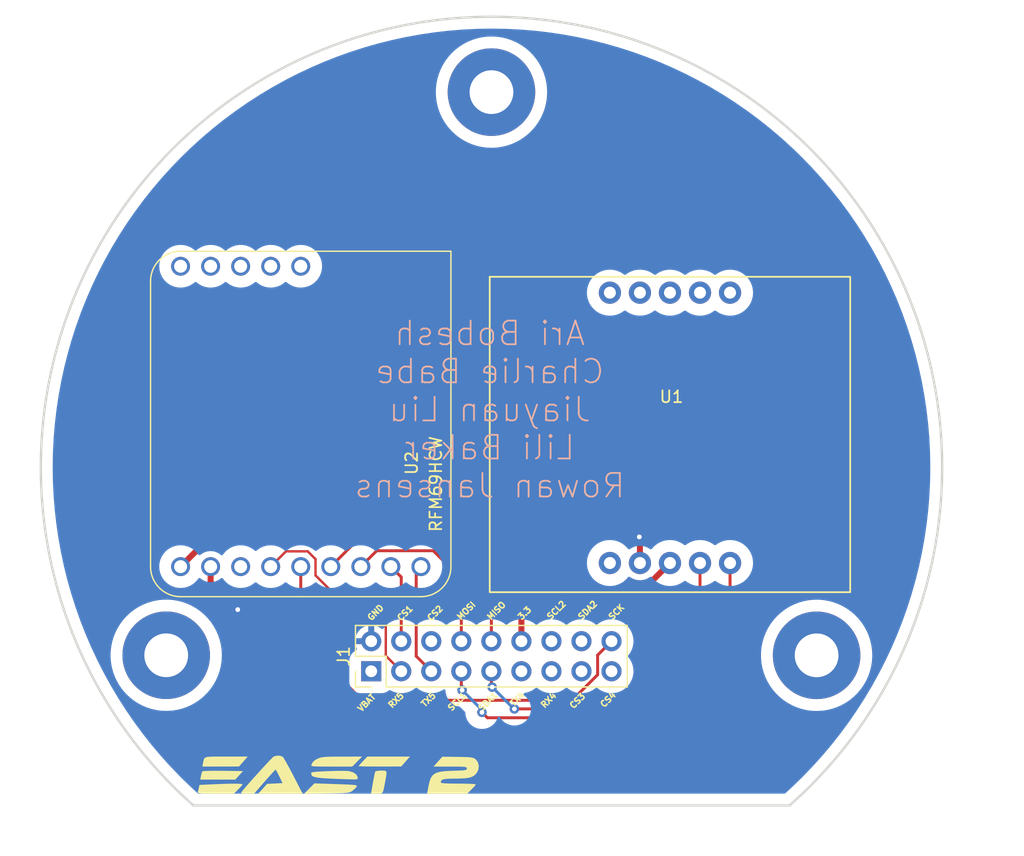
<source format=kicad_pcb>
(kicad_pcb (version 20211014) (generator pcbnew)
  (layers (0 "F.Cu" signal) (31 "B.Cu" signal) (34 "B.Paste" user) (35 "F.Paste" user) (36 "B.SilkS" user "B.Silkscreen") (37 "F.SilkS" user "F.Silkscreen") (38 "B.Mask" user) (39 "F.Mask" user) (44 "Edge.Cuts" user))
  (net 0 "")
  (net 1 "/GND")
  (net 2 "/3.3V")
  (net 3 "/RX 5")
  (net 4 "/TX 5")
  (net 5 "/MOSI")
  (net 6 "/CS 1")
  (net 7 "/CS 2")
  (net 8 "/CS 3")
  (net 9 "/MISO")
  (net 10 "/TX 4")
  (net 11 "/RX 4")
  (net 12 "/SCK")
  (net 13 "/SDA 2")
  (net 14 "/SCL 2")
  (net 15 "/SDA 1")
  (net 16 "/SCL 1")
  (net 29 "/V_BATT")
  (net 30 "/CS 4")
  (footprint "MountingHole:MountingHole_3.7mm_Pad_TopBottom" (layer "F.Cu") (at 170.641661 116.84528)
    (fp_text reference "REF**" hide)
    (fp_text value "MountingHole_3.7mm_Pad_TopBottom" hide)
    (pad "1" thru_hole circle (at 0 0) (size 4.1 4.1) (drill 3.7) (layers *.Cu *.Mask))
    (pad "1" connect circle (at 0 0) (size 7.4 7.4) (layers "F.Cu" "F.Mask"))
    (pad "1" connect circle (at 0 0) (size 7.4 7.4) (layers "B.Cu" "B.Mask"))
  )
  (footprint "LOGO" (layer "F.Cu") (at 130.05796 127.184274)
    (fp_text reference "" (at 0 0) (layer "F.SilkS") (effects (font (size 1.524 1.524) (thickness 0.3))))
    (fp_text value "LOGO" hide)
    (fp_poly (pts (xy 1.318699 -0.931334) (xy -0.43866 -0.931334) (xy -1.026529 -0.932195) (xy -1.465622 -0.935969) (xy -1.776495 -0.944443) (xy -1.9797 -0.959403) (xy -2.095791 -0.982637) (xy -2.145324 -1.01593) (xy -2.148852 -1.061069) (xy -2.143199 -1.0795) (xy -2.019615 -1.312307) (xy -1.812998 -1.49098) (xy -1.566333 -1.620226) (xy -1.4264 -1.674327) (xy -1.260582 -1.714432) (xy -1.042434 -1.742572) (xy -0.745509 -1.760781) (xy -0.343363 -1.771091) (xy 0.190452 -1.775533) (xy 0.462484 -1.776141) (xy 2.152635 -1.778)) (layer "F.SilkS") (width 0) (fill solid))
    (fp_poly (pts (xy 0.619401 -0.569349) (xy 0.922239 -0.559422) (xy 1.043052 -0.5482) (xy 1.389643 -0.448746) (xy 1.642533 -0.281349) (xy 1.769339 -0.070306) (xy 1.778 0.003298) (xy 1.781041 0.054782) (xy 1.777617 0.094585) (xy 1.748913 0.123435) (xy 1.67611 0.142056) (xy 1.540391 0.151175) (xy 1.322939 0.151519) (xy 1.004936 0.143814) (xy 0.567566 0.128785) (xy -0.007989 0.107159) (xy -0.465666 0.089888) (xy -1.119658 0.054097) (xy -1.607542 0.001687) (xy -1.931768 -0.067783) (xy -2.094788 -0.154756) (xy -2.116666 -0.207721) (xy -2.142743 -0.30473) (xy -2.163482 -0.362151) (xy -2.156581 -0.408488) (xy -2.081935 -0.445049) (xy -1.918651 -0.474584) (xy -1.64584 -0.499842) (xy -1.24261 -0.523573) (xy -0.775035 -0.54488) (xy -0.267373 -0.562008) (xy 0.210151 -0.570188)) (layer "F.SilkS") (width 0) (fill solid))
    (fp_poly (pts (xy -9.692879 -0.574442) (xy -9.605752 -0.573341) (xy -7.920651 -0.550334) (xy -8.245844 -0.1905) (xy -8.571037 0.169333) (xy -11.533512 0.169333) (xy -11.475167 -0.148167) (xy -11.421706 -0.371392) (xy -11.3642 -0.517212) (xy -11.353838 -0.531007) (xy -11.253509 -0.549882) (xy -11.010568 -0.564309) (xy -10.651697 -0.573642) (xy -10.203574 -0.577235)) (layer "F.SilkS") (width 0) (fill solid))
    (fp_poly (pts (xy -4.794884 -1.847025) (xy -4.571527 -1.767524) (xy -4.557242 -1.756834) (xy -4.479245 -1.65134) (xy -4.339238 -1.419441) (xy -4.151223 -1.086047) (xy -3.929199 -0.676068) (xy -3.687169 -0.214414) (xy -3.653045 -0.148167) (xy -2.880638 1.354666) (xy -6.627932 1.354666) (xy -6.256133 0.942048) (xy -5.884333 0.52943) (xy -4.580105 0.465666) (xy -4.851219 -0.103098) (xy -4.986937 -0.377011) (xy -5.09692 -0.579187) (xy -5.160281 -0.671604) (xy -5.164666 -0.673664) (xy -5.231768 -0.613763) (xy -5.389725 -0.447129) (xy -5.61884 -0.195291) (xy -5.899416 0.12022) (xy -6.09165 0.3396) (xy -6.976301 1.354666) (xy -7.556951 1.354666) (xy -7.859958 1.351939) (xy -8.02311 1.336798) (xy -8.075874 1.298802) (xy -8.047716 1.227511) (xy -8.022156 1.189844) (xy -7.903592 1.038833) (xy -7.698988 0.797125) (xy -7.428553 0.486998) (xy -7.112495 0.130729) (xy -6.771024 -0.249403) (xy -6.424347 -0.631123) (xy -6.092675 -0.99215) (xy -5.796215 -1.31021) (xy -5.555177 -1.563022) (xy -5.389768 -1.728311) (xy -5.326078 -1.78224) (xy -5.075865 -1.852904)) (layer "F.SilkS") (width 0) (fill solid))
    (fp_poly (pts (xy -0.053824 0.548968) (xy 0.54624 0.570148) (xy 0.99694 0.588878) (xy 1.318177 0.607627) (xy 1.52985 0.628863) (xy 1.651857 0.655054) (xy 1.704097 0.688666) (xy 1.706471 0.732169) (xy 1.691505 0.765415) (xy 1.569803 0.91463) (xy 1.375342 1.085174) (xy 1.333672 1.115945) (xy 1.237824 1.179576) (xy 1.136239 1.228157) (xy 1.005182 1.264104) (xy 0.820916 1.289832) (xy 0.559706 1.307757) (xy 0.197818 1.320294) (xy -0.288486 1.32986) (xy -0.846666 1.337852) (xy -2.751666 1.363372) (xy -2.316657 0.925017) (xy -1.881647 0.486663)) (layer "F.SilkS") (width 0) (fill solid))
    (fp_poly (pts (xy 3.990826 -0.592047) (xy 4.131112 -0.571095) (xy 4.203524 -0.501171) (xy 4.218067 -0.353636) (xy 4.184743 -0.099849) (xy 4.113556 0.288828) (xy 4.102094 0.35048) (xy 4.024089 0.772598) (xy 3.96279 1.0565) (xy 3.898989 1.229451) (xy 3.813475 1.318717) (xy 3.687041 1.351563) (xy 3.500476 1.355254) (xy 3.394614 1.354666) (xy 2.905972 1.354666) (xy 3.060541 0.459379) (xy 3.128271 0.085) (xy 3.190703 -0.228151) (xy 3.239856 -0.441799) (xy 3.263552 -0.514288) (xy 3.368723 -0.557853) (xy 3.587519 -0.586312) (xy 3.772664 -0.592667)) (layer "F.SilkS") (width 0) (fill solid))
    (fp_poly (pts (xy -8.124331 0.527383) (xy -7.972401 0.558113) (xy -7.958666 0.575038) (xy -8.014672 0.665665) (xy -8.159999 0.832607) (xy -8.321705 0.998371) (xy -8.684743 1.354666) (xy -10.23241 1.354666) (xy -10.779691 1.353602) (xy -11.179602 1.34897) (xy -11.4541 1.338613) (xy -11.625142 1.320372) (xy -11.714684 1.29209) (xy -11.744684 1.251608) (xy -11.739908 1.2065) (xy -11.690201 1.007767) (xy -11.651248 0.838747) (xy -11.602757 0.619162) (xy -10.394545 0.563891) (xy -9.579559 0.530841) (xy -8.928881 0.513743) (xy -8.443481 0.512592)) (layer "F.SilkS") (width 0) (fill solid))
    (fp_poly (pts (xy 10.217621 -1.752067) (xy 10.719423 -1.743646) (xy 11.082048 -1.730656) (xy 11.335648 -1.709256) (xy 11.510379 -1.675601) (xy 11.636393 -1.625849) (xy 11.741621 -1.557814) (xy 11.936595 -1.31583) (xy 12.018913 -0.99927) (xy 11.983722 -0.664146) (xy 11.843085 -0.387201) (xy 11.668301 -0.203645) (xy 11.458299 -0.07277) (xy 11.183063 0.013334) (xy 10.81258 0.062578) (xy 10.316835 0.082871) (xy 10.052653 0.084666) (xy 9.559467 0.090916) (xy 9.211932 0.113576) (xy 8.986697 0.158512) (xy 8.860407 0.231588) (xy 8.80971 0.33867) (xy 8.805334 0.397933) (xy 8.841119 0.439316) (xy 8.961213 0.469545) (xy 9.184721 0.490038) (xy 9.530749 0.502215) (xy 10.018402 0.507495) (xy 10.287 0.508) (xy 10.766635 0.511626) (xy 11.181548 0.521687) (xy 11.504645 0.536958) (xy 11.708831 0.556212) (xy 11.768667 0.575038) (xy 11.712661 0.665665) (xy 11.567335 0.832607) (xy 11.405629 0.998371) (xy 11.042591 1.354666) (xy 7.646121 1.354666) (xy 7.761048 0.740833) (xy 7.856279 0.317824) (xy 7.978095 -0.002113) (xy 8.150016 -0.233886) (xy 8.395563 -0.392402) (xy 8.738255 -0.492567) (xy 9.201614 -0.549289) (xy 9.809158 -0.577474) (xy 9.8425 -0.578369) (xy 10.30771 -0.592199) (xy 10.629678 -0.607934) (xy 10.83448 -0.629868) (xy 10.948188 -0.662297) (xy 10.996879 -0.709515) (xy 11.006667 -0.77012) (xy 10.997266 -0.82946) (xy 10.953181 -0.872151) (xy 10.850591 -0.900919) (xy 10.665671 -0.91849) (xy 10.374601 -0.92759) (xy 9.953556 -0.930944) (xy 9.597701 -0.931334) (xy 8.188735 -0.931334) (xy 8.560534 -1.349901) (xy 8.932334 -1.768468)) (layer "F.SilkS") (width 0) (fill solid))
    (fp_poly (pts (xy -9.343018 -1.778) (xy -7.521448 -1.778) (xy -8.255 -0.938958) (xy -11.358788 -0.931334) (xy -11.303406 -1.2065) (xy -11.268812 -1.393711) (xy -11.235883 -1.53512) (xy -11.18275 -1.637105) (xy -11.087547 -1.706039) (xy -10.928406 -1.748297) (xy -10.683459 -1.770255) (xy -10.330838 -1.778287) (xy -9.848677 -1.778769)) (layer "F.SilkS") (width 0) (fill solid))
    (fp_poly (pts (xy 5.461 -0.938958) (xy 3.661834 -0.935146) (xy 3.130499 -0.935849) (xy 2.661382 -0.939971) (xy 2.27907 -0.947003) (xy 2.008154 -0.956442) (xy 1.87322 -0.96778) (xy 1.862667 -0.97218) (xy 1.916649 -1.049792) (xy 2.057303 -1.21136) (xy 2.229154 -1.395514) (xy 2.59564 -1.778) (xy 6.194552 -1.778)) (layer "F.SilkS") (width 0) (fill solid))
  )
  (footprint "Sensors:RFM69HCW_Breakout" (layer "F.Cu") (at 127.02 97.28 -90)
    (fp_text reference "U2" (at 3.304 -9.378 -90) (layer "F.SilkS"))
    (fp_text value "RFM69HCW_Breakout" hide)
    (fp_text user "RFM69HCW" (at 5.08 -11.43 90) (layer "F.SilkS"))
    (fp_line (start 14.605 0) (end 14.605 10.16) (layer "F.SilkS") (width 0.12))
    (fp_line (start -14.605 -12.065) (end -14.605 10.16) (layer "F.SilkS") (width 0.12))
    (fp_line (start -12.065 12.7) (end 12.065 12.7) (layer "F.SilkS") (width 0.12))
    (fp_line (start 12.065 -12.7) (end -14.605 -12.7) (layer "F.SilkS") (width 0.12))
    (fp_line (start -14.605 -12.065) (end -14.605 -12.7) (layer "F.SilkS") (width 0.12))
    (fp_line (start 14.605 0) (end 14.605 -10.16) (layer "F.SilkS") (width 0.12))
    (fp_arc (start -12.065 12.7) (mid -13.861051 11.956051) (end -14.605 10.16) (layer "F.SilkS") (width 0.12))
    (fp_arc (start 14.605 10.16) (mid 13.861051 11.956051) (end 12.065 12.7) (layer "F.SilkS") (width 0.12))
    (fp_arc (start 12.065 -12.7) (mid 13.861051 -11.956051) (end 14.605 -10.16) (layer "F.SilkS") (width 0.12))
    (pad "1" thru_hole circle locked (at 12.065 10.16 90) (size 1.6 1.6) (drill 1.1) (layers *.Cu *.Mask) (net 2 "/3.3V"))
    (pad "2" thru_hole circle locked (at 12.065 7.62 90) (size 1.6 1.6) (drill 1.1) (layers *.Cu *.Mask) (net 1 "/GND"))
    (pad "3" thru_hole circle locked (at 12.065 5.08 90) (size 1.6 1.6) (drill 1.1) (layers *.Cu *.Mask))
    (pad "4" thru_hole circle locked (at 12.065 2.54 90) (size 1.6 1.6) (drill 1.1) (layers *.Cu *.Mask) (net 3 "/RX 5"))
    (pad "5" thru_hole circle locked (at 12.065 0 90) (size 1.6 1.6) (drill 1.1) (layers *.Cu *.Mask) (net 12 "/SCK"))
    (pad "6" thru_hole circle locked (at 12.065 -2.54 90) (size 1.6 1.6) (drill 1.1) (layers *.Cu *.Mask) (net 9 "/MISO"))
    (pad "7" thru_hole circle locked (at 12.065 -5.08 90) (size 1.6 1.6) (drill 1.1) (layers *.Cu *.Mask) (net 5 "/MOSI"))
    (pad "8" thru_hole circle locked (at 12.065 -7.62 90) (size 1.6 1.6) (drill 1.1) (layers *.Cu *.Mask) (net 6 "/CS 1"))
    (pad "9" thru_hole circle locked (at 12.065 -10.16 90) (size 1.6 1.6) (drill 1.1) (layers *.Cu *.Mask) (net 4 "/TX 5"))
    (pad "10" thru_hole circle locked (at -13.335 0 90) (size 1.6 1.6) (drill 1.1) (layers *.Cu *.Mask))
    (pad "11" thru_hole circle locked (at -13.335 2.54 90) (size 1.6 1.6) (drill 1.1) (layers *.Cu *.Mask))
    (pad "12" thru_hole circle locked (at -13.335 5.08 90) (size 1.6 1.6) (drill 1.1) (layers *.Cu *.Mask))
    (pad "13" thru_hole circle locked (at -13.335 7.62 90) (size 1.6 1.6) (drill 1.1) (layers *.Cu *.Mask))
    (pad "14" thru_hole circle locked (at -13.335 10.16 90) (size 1.6 1.6) (drill 1.1) (layers *.Cu *.Mask))
  )
  (footprint "Connector_PinHeader_2.54mm:PinHeader_2x09_P2.54mm_Vertical" (layer "F.Cu") (at 132.979 118.1912 90)
    (fp_text reference "J1" (at 1.27 -2.33 90) (layer "F.SilkS"))
    (fp_text value "Conn_02x09_Odd_Even" hide)
    (fp_line (start 1.27 1.27) (end 1.27 -1.33) (layer "F.SilkS") (width 0.12))
    (fp_line (start -1.33 1.27) (end 1.27 1.27) (layer "F.SilkS") (width 0.12))
    (fp_line (start -1.33 1.27) (end -1.33 21.65) (layer "F.SilkS") (width 0.12))
    (fp_line (start 3.87 -1.33) (end 3.87 21.65) (layer "F.SilkS") (width 0.12))
    (fp_line (start -1.33 -1.33) (end 0 -1.33) (layer "F.SilkS") (width 0.12))
    (fp_line (start 1.27 -1.33) (end 3.87 -1.33) (layer "F.SilkS") (width 0.12))
    (fp_line (start -1.33 21.65) (end 3.87 21.65) (layer "F.SilkS") (width 0.12))
    (fp_line (start -1.33 0) (end -1.33 -1.33) (layer "F.SilkS") (width 0.12))
    (pad "1" thru_hole rect (at 0 0 90) (size 1.7 1.7) (drill 1) (layers *.Cu *.Mask) (net 29 "/V_BATT"))
    (pad "2" thru_hole oval (at 2.54 0 90) (size 1.7 1.7) (drill 1) (layers *.Cu *.Mask) (net 1 "/GND"))
    (pad "3" thru_hole oval (at 0 2.54 90) (size 1.7 1.7) (drill 1) (layers *.Cu *.Mask) (net 3 "/RX 5"))
    (pad "4" thru_hole oval (at 2.54 2.54 90) (size 1.7 1.7) (drill 1) (layers *.Cu *.Mask) (net 6 "/CS 1"))
    (pad "5" thru_hole oval (at 0 5.08 90) (size 1.7 1.7) (drill 1) (layers *.Cu *.Mask) (net 4 "/TX 5"))
    (pad "6" thru_hole oval (at 2.54 5.08 90) (size 1.7 1.7) (drill 1) (layers *.Cu *.Mask) (net 7 "/CS 2"))
    (pad "7" thru_hole oval (at 0 7.62 90) (size 1.7 1.7) (drill 1) (layers *.Cu *.Mask) (net 16 "/SCL 1"))
    (pad "8" thru_hole oval (at 2.54 7.62 90) (size 1.7 1.7) (drill 1) (layers *.Cu *.Mask) (net 5 "/MOSI"))
    (pad "9" thru_hole oval (at 0 10.16 90) (size 1.7 1.7) (drill 1) (layers *.Cu *.Mask) (net 15 "/SDA 1"))
    (pad "10" thru_hole oval (at 2.54 10.16 90) (size 1.7 1.7) (drill 1) (layers *.Cu *.Mask) (net 9 "/MISO"))
    (pad "11" thru_hole oval (at 0 12.7 90) (size 1.7 1.7) (drill 1) (layers *.Cu *.Mask) (net 10 "/TX 4"))
    (pad "12" thru_hole oval (at 2.54 12.7 90) (size 1.7 1.7) (drill 1) (layers *.Cu *.Mask) (net 2 "/3.3V"))
    (pad "13" thru_hole oval (at 0 15.24 90) (size 1.7 1.7) (drill 1) (layers *.Cu *.Mask) (net 11 "/RX 4"))
    (pad "14" thru_hole oval (at 2.54 15.24 90) (size 1.7 1.7) (drill 1) (layers *.Cu *.Mask) (net 14 "/SCL 2"))
    (pad "15" thru_hole oval (at 0 17.78 90) (size 1.7 1.7) (drill 1) (layers *.Cu *.Mask) (net 8 "/CS 3"))
    (pad "16" thru_hole oval (at 2.54 17.78 90) (size 1.7 1.7) (drill 1) (layers *.Cu *.Mask) (net 13 "/SDA 2"))
    (pad "17" thru_hole oval (at 0 20.32 90) (size 1.7 1.7) (drill 1) (layers *.Cu *.Mask) (net 30 "/CS 4"))
    (pad "18" thru_hole oval (at 2.54 20.32 90) (size 1.7 1.7) (drill 1) (layers *.Cu *.Mask) (net 12 "/SCK"))
  )
  (footprint "MountingHole:MountingHole_3.7mm_Pad_TopBottom" (layer "F.Cu") (at 115.644369 116.84)
    (fp_text reference "REF**" hide)
    (fp_text value "MountingHole_3.7mm_Pad_TopBottom" hide)
    (pad "1" thru_hole circle (at 0 0) (size 4.1 4.1) (drill 3.7) (layers *.Cu *.Mask))
    (pad "1" connect circle (at 0 0) (size 7.4 7.4) (layers "F.Cu" "F.Mask"))
    (pad "1" connect circle (at 0 0) (size 7.4 7.4) (layers "B.Cu" "B.Mask"))
  )
  (footprint "MountingHole:MountingHole_3.7mm_Pad_TopBottom" (layer "F.Cu") (at 143.147778 69.222624)
    (fp_text reference "REF**" hide)
    (fp_text value "MountingHole_3.7mm_Pad_TopBottom" hide)
    (pad "1" connect circle (at 0 0) (size 7.4 7.4) (layers "F.Cu" "F.Mask"))
    (pad "1" connect circle (at 0 0) (size 7.4 7.4) (layers "B.Cu" "B.Mask"))
    (pad "1" thru_hole circle (at 0 0) (size 4.1 4.1) (drill 3.7) (layers *.Cu *.Mask))
  )
  (footprint "GPS_layout:GPS-14414" (layer "B.Cu") (at 158.369 97.4829)
    (fp_text reference "U1" (at 0 -2.5 unlocked) (layer "F.SilkS"))
    (fp_text value "GPS-14414")
    (pad "1" thru_hole circle (at -5.207 11.557 270) (size 1.8796 1.8796) (drill 1.016) (layers *.Cu *.Mask))
    (pad "2" thru_hole circle (at -2.667 11.557 270) (size 1.8796 1.8796) (drill 1.016) (layers *.Cu *.Mask) (net 1 "/GND"))
    (pad "3" thru_hole circle (at -0.127 11.557 270) (size 1.8796 1.8796) (drill 1.016) (layers *.Cu *.Mask) (net 2 "/3.3V"))
    (pad "4" thru_hole circle (at 2.413 11.557 270) (size 1.8796 1.8796) (drill 1.016) (layers *.Cu *.Mask) (net 15 "/SDA 1"))
    (pad "5" thru_hole circle (at 4.953 11.557 270) (size 1.8796 1.8796) (drill 1.016) (layers *.Cu *.Mask) (net 16 "/SCL 1"))
    (pad "6" thru_hole circle (at -5.207 -11.303 270) (size 1.8796 1.8796) (drill 1.016) (layers *.Cu *.Mask))
    (pad "7" thru_hole circle (at -2.667 -11.303 270) (size 1.8796 1.8796) (drill 1.016) (layers *.Cu *.Mask))
    (pad "8" thru_hole circle (at -0.127 -11.303 270) (size 1.8796 1.8796) (drill 1.016) (layers *.Cu *.Mask))
    (pad "9" thru_hole circle (at 2.413 -11.303 270) (size 1.8796 1.8796) (drill 1.016) (layers *.Cu *.Mask))
    (pad "10" thru_hole circle (at 4.953 -11.303 270) (size 1.8796 1.8796) (drill 1.016) (layers *.Cu *.Mask))
  )
  (gr_rect (start 143.002 84.836) (end 173.482 111.506) (layer "F.SilkS") (width 0.15) (fill none))
  (gr_line (start 117.949638 129.540466) (end 168.3512 129.540466) (layer "Edge.Cuts") (width 0.2))
  (gr_arc (start 117.949638 129.540466) (mid 143.150419 62.848534) (end 168.3512 129.540466) (layer "Edge.Cuts") (width 0.2))
  (gr_text "Ari Bobesh\nCharlie Babe\nJiayuan Liu\nLili Baker\nRowan Jansens" (at 143.002 96.0628) (layer "B.SilkS") (effects (font (size 2 2)) (justify mirror)))
  (gr_text "CS3" (at 150.4188 120.7008 45) (layer "F.SilkS") (effects (font (size 0.5 0.5) (thickness 0.125))))
  (gr_text "SCL2" (at 148.6408 113.03 45) (layer "F.SilkS") (effects (font (size 0.5 0.5) (thickness 0.125))))
  (gr_text "RX5" (at 135.0772 120.65 45) (layer "F.SilkS") (effects (font (size 0.5 0.5) (thickness 0.125))))
  (gr_text "GND" (at 133.35 113.2332 45) (layer "F.SilkS") (effects (font (size 0.5 0.5) (thickness 0.125))))
  (gr_text "MISO" (at 143.5608 113.0808 45) (layer "F.SilkS") (effects (font (size 0.5 0.5) (thickness 0.125))))
  (gr_text "TX4" (at 145.3388 120.5484 45) (layer "F.SilkS") (effects (font (size 0.5 0.5) (thickness 0.125))))
  (gr_text "3.3" (at 145.9484 113.284 45) (layer "F.SilkS") (effects (font (size 0.5 0.5) (thickness 0.125))))
  (gr_text "SDA2" (at 151.2824 113.03 45) (layer "F.SilkS") (effects (font (size 0.5 0.5) (thickness 0.125))))
  (gr_text "SCK" (at 153.7208 113.1824 45) (layer "F.SilkS") (effects (font (size 0.5 0.5) (thickness 0.125))))
  (gr_text "CS2" (at 138.3792 113.284 45) (layer "F.SilkS") (effects (font (size 0.5 0.5) (thickness 0.125))))
  (gr_text "CS4" (at 153.0096 120.5992 45) (layer "F.SilkS") (effects (font (size 0.5 0.5) (thickness 0.125))))
  (gr_text "MOSI" (at 141.0208 113.0808 45) (layer "F.SilkS") (effects (font (size 0.5 0.5) (thickness 0.125))))
  (gr_text "SCL1" (at 140.2588 120.7516 45) (layer "F.SilkS") (effects (font (size 0.5 0.5) (thickness 0.125))))
  (gr_text "CS1" (at 135.8392 113.284 45) (layer "F.SilkS") (effects (font (size 0.5 0.5) (thickness 0.125))))
  (gr_text "TX5" (at 137.8204 120.5992 45) (layer "F.SilkS") (effects (font (size 0.5 0.5) (thickness 0.125))))
  (gr_text "SDA1" (at 142.8496 120.7516 45) (layer "F.SilkS") (effects (font (size 0.5 0.5) (thickness 0.125))))
  (gr_text "VBAT" (at 132.588 120.8532 45) (layer "F.SilkS") (effects (font (size 0.5 0.5) (thickness 0.125))))
  (gr_text "RX4" (at 147.9804 120.65 45) (layer "F.SilkS") (effects (font (size 0.5 0.5) (thickness 0.125))))
  (segment (start 119.4 110.6878) (end 121.6914 112.9792) (width 0.508) (layer "F.Cu") (net 1))
  (segment (start 155.702 106.8832) (end 155.6512 106.8324) (width 0.508) (layer "F.Cu") (net 1))
  (segment (start 155.702 109.0399) (end 155.702 106.8832) (width 0.508) (layer "F.Cu") (net 1))
  (segment (start 119.4 109.345) (end 119.4 110.6878) (width 0.508) (layer "F.Cu") (net 1))
  (via (at 121.6914 112.9792) (size 0.8) (drill 0.4) (layers "F.Cu" "B.Cu") (net 1))
  (via (at 155.6512 106.8324) (size 0.8) (drill 0.4) (layers "F.Cu" "B.Cu") (net 1))
  (segment (start 119.5758 106.6292) (end 138.9888 106.6292) (width 0.508) (layer "F.Cu") (net 2))
  (segment (start 155.5727 111.7092) (end 147.2892 111.7092) (width 0.508) (layer "F.Cu") (net 2))
  (segment (start 138.9888 106.6292) (end 145.679 113.3194) (width 0.508) (layer "F.Cu") (net 2))
  (segment (start 145.679 113.3194) (end 145.679 115.6512) (width 0.508) (layer "F.Cu") (net 2))
  (segment (start 147.2892 111.7092) (end 145.679 113.3194) (width 0.508) (layer "F.Cu") (net 2))
  (segment (start 116.86 109.345) (end 119.5758 106.6292) (width 0.508) (layer "F.Cu") (net 2))
  (segment (start 158.242 109.0399) (end 155.5727 111.7092) (width 0.508) (layer "F.Cu") (net 2))
  (segment (start 127.6096 108.0516) (end 125.7734 108.0516) (width 0.2032) (layer "F.Cu") (net 3))
  (segment (start 125.7734 108.0516) (end 124.48 109.345) (width 0.2032) (layer "F.Cu") (net 3))
  (segment (start 128.27 108.712) (end 127.6096 108.0516) (width 0.2032) (layer "F.Cu") (net 3))
  (segment (start 135.519 118.1912) (end 134.211629 116.883829) (width 0.2032) (layer "F.Cu") (net 3))
  (segment (start 131.8768 111.4044) (end 129.5908 111.4044) (width 0.2032) (layer "F.Cu") (net 3))
  (segment (start 128.27 110.0836) (end 128.27 108.712) (width 0.2032) (layer "F.Cu") (net 3))
  (segment (start 134.211629 116.883829) (end 134.211629 113.739229) (width 0.2032) (layer "F.Cu") (net 3))
  (segment (start 129.5908 111.4044) (end 128.27 110.0836) (width 0.2032) (layer "F.Cu") (net 3))
  (segment (start 134.211629 113.739229) (end 131.8768 111.4044) (width 0.2032) (layer "F.Cu") (net 3))
  (segment (start 138.059 118.1912) (end 136.784722 116.916922) (width 0.25) (layer "F.Cu") (net 4))
  (segment (start 136.784722 116.916922) (end 136.784722 109.740278) (width 0.25) (layer "F.Cu") (net 4))
  (segment (start 136.784722 109.740278) (end 137.18 109.345) (width 0.25) (layer "F.Cu") (net 4))
  (segment (start 133.4442 108.0008) (end 132.1 109.345) (width 0.25) (layer "F.Cu") (net 5))
  (segment (start 140.599 110.373) (end 138.2268 108.0008) (width 0.25) (layer "F.Cu") (net 5))
  (segment (start 140.599 115.6512) (end 140.599 110.373) (width 0.25) (layer "F.Cu") (net 5))
  (segment (start 138.2268 108.0008) (end 133.4442 108.0008) (width 0.25) (layer "F.Cu") (net 5))
  (segment (start 135.519 110.224) (end 134.64 109.345) (width 0.25) (layer "F.Cu") (net 6))
  (segment (start 135.519 115.6512) (end 135.519 110.224) (width 0.25) (layer "F.Cu") (net 6))
  (segment (start 143.139 115.6512) (end 143.139 111.9986) (width 0.25) (layer "F.Cu") (net 9))
  (segment (start 138.5316 107.3912) (end 131.5138 107.3912) (width 0.25) (layer "F.Cu") (net 9))
  (segment (start 131.5138 107.3912) (end 129.56 109.345) (width 0.25) (layer "F.Cu") (net 9))
  (segment (start 143.139 111.9986) (end 138.5316 107.3912) (width 0.25) (layer "F.Cu") (net 9))
  (segment (start 132.2324 120.65) (end 127.02 115.4376) (width 0.25) (layer "F.Cu") (net 12))
  (segment (start 153.299 115.6512) (end 152.124 116.8262) (width 0.25) (layer "F.Cu") (net 12))
  (segment (start 152.124 116.8262) (end 152.124 118.487901) (width 0.25) (layer "F.Cu") (net 12))
  (segment (start 127.02 115.4376) (end 127.02 109.345) (width 0.25) (layer "F.Cu") (net 12))
  (segment (start 152.124 118.487901) (end 149.961901 120.65) (width 0.25) (layer "F.Cu") (net 12))
  (segment (start 149.961901 120.65) (end 132.2324 120.65) (width 0.25) (layer "F.Cu") (net 12))
  (segment (start 143.139 118.1912) (end 143.139 119.4662) (width 0.25) (layer "F.Cu") (net 15))
  (segment (start 160.782 114.9604) (end 160.782 109.0399) (width 0.25) (layer "F.Cu") (net 15))
  (segment (start 154.3679 121.3745) (end 160.782 114.9604) (width 0.25) (layer "F.Cu") (net 15))
  (segment (start 145.0848 121.3745) (end 154.3679 121.3745) (width 0.25) (layer "F.Cu") (net 15))
  (segment (start 143.139 119.4662) (end 143.2052 119.5324) (width 0.25) (layer "F.Cu") (net 15))
  (via (at 143.2052 119.5324) (size 0.8) (drill 0.4) (layers "F.Cu" "B.Cu") (net 15))
  (via (at 145.0848 121.3745) (size 0.8) (drill 0.4) (layers "F.Cu" "B.Cu") (net 15))
  (segment (start 145.0473 121.3745) (end 145.0848 121.3745) (width 0.25) (layer "B.Cu") (net 15))
  (segment (start 143.2052 119.5324) (end 145.0473 121.3745) (width 0.25) (layer "B.Cu") (net 15))
  (segment (start 142.3416 121.666) (end 142.7988 122.1232) (width 0.25) (layer "F.Cu") (net 16))
  (segment (start 140.599 119.7202) (end 140.6652 119.7864) (width 0.25) (layer "F.Cu") (net 16))
  (segment (start 163.322 114.0968) (end 163.322 109.0399) (width 0.25) (layer "F.Cu") (net 16))
  (segment (start 155.2956 122.1232) (end 163.322 114.0968) (width 0.25) (layer "F.Cu") (net 16))
  (segment (start 142.7988 122.1232) (end 155.2956 122.1232) (width 0.25) (layer "F.Cu") (net 16))
  (segment (start 140.599 118.1912) (end 140.599 119.7202) (width 0.25) (layer "F.Cu") (net 16))
  (via (at 142.3416 121.666) (size 0.8) (drill 0.4) (layers "F.Cu" "B.Cu") (net 16))
  (via (at 140.6652 119.7864) (size 0.8) (drill 0.4) (layers "F.Cu" "B.Cu") (net 16))
  (segment (start 140.6652 119.7864) (end 142.3416 121.4628) (width 0.25) (layer "B.Cu") (net 16))
  (segment (start 142.3416 121.4628) (end 142.3416 121.666) (width 0.25) (layer "B.Cu") (net 16))
  (zone (net 1) (net_name "/GND") (layer "B.Cu") (connect_pads (clearance 1)) (min_thickness 0.254) (fill yes (thermal_gap 0.508) (thermal_bridge_width 0.508))
    (polygon (pts (xy 188.183859 70.447323) (xy 179.537518 133.656545) (xy 114.289659 133.821222) (xy 101.589659 101.055222) (xy 109.463659 65.241222) (xy 124.195659 63.717222) (xy 146.039659 61.431222)))
  )
)
</source>
